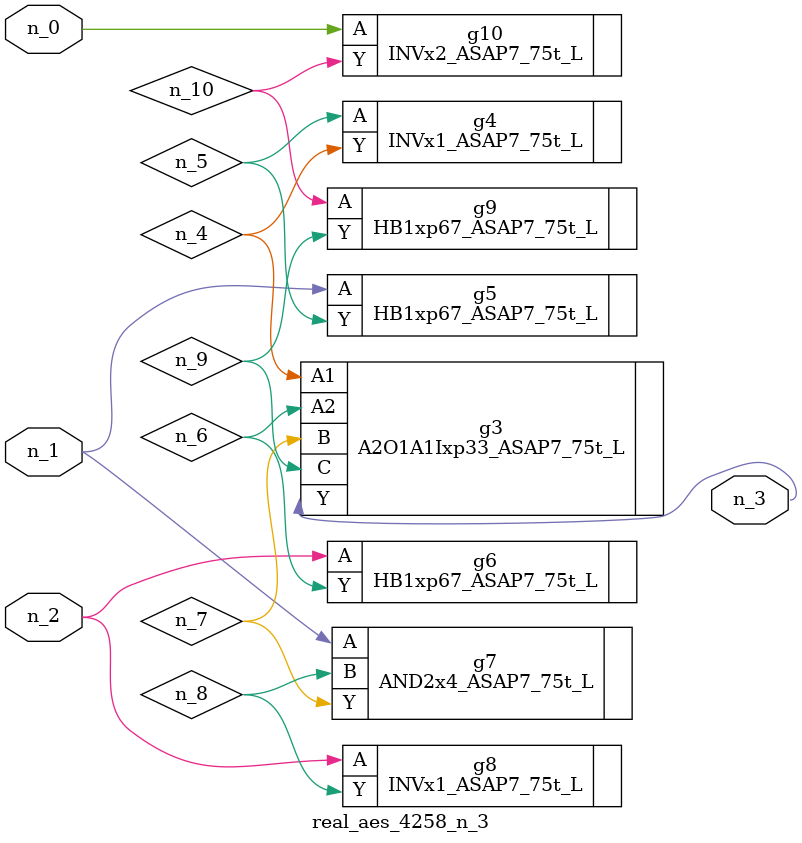
<source format=v>
module real_aes_4258_n_3 (n_0, n_2, n_1, n_3);
input n_0;
input n_2;
input n_1;
output n_3;
wire n_4;
wire n_5;
wire n_7;
wire n_8;
wire n_6;
wire n_9;
wire n_10;
INVx2_ASAP7_75t_L g10 ( .A(n_0), .Y(n_10) );
HB1xp67_ASAP7_75t_L g5 ( .A(n_1), .Y(n_5) );
AND2x4_ASAP7_75t_L g7 ( .A(n_1), .B(n_8), .Y(n_7) );
HB1xp67_ASAP7_75t_L g6 ( .A(n_2), .Y(n_6) );
INVx1_ASAP7_75t_L g8 ( .A(n_2), .Y(n_8) );
A2O1A1Ixp33_ASAP7_75t_L g3 ( .A1(n_4), .A2(n_6), .B(n_7), .C(n_9), .Y(n_3) );
INVx1_ASAP7_75t_L g4 ( .A(n_5), .Y(n_4) );
HB1xp67_ASAP7_75t_L g9 ( .A(n_10), .Y(n_9) );
endmodule
</source>
